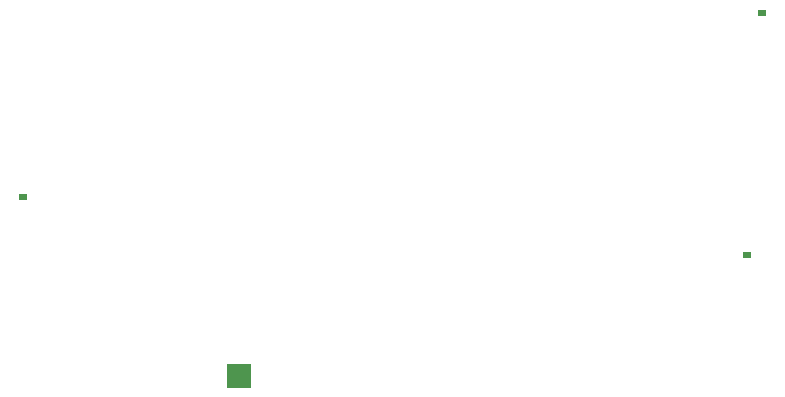
<source format=gbp>
G04 (created by PCBNEW (2013-jul-07)-stable) date Tue 21 Jul 2015 08:48:36 PM PDT*
%MOIN*%
G04 Gerber Fmt 3.4, Leading zero omitted, Abs format*
%FSLAX34Y34*%
G01*
G70*
G90*
G04 APERTURE LIST*
%ADD10C,0.00590551*%
%ADD11R,0.0283465X0.023622*%
%ADD12R,0.07872X0.07872*%
G04 APERTURE END LIST*
G54D10*
G54D11*
X42125Y-27000D03*
X66771Y-20874D03*
X66259Y-28944D03*
G54D12*
X49334Y-32964D03*
M02*

</source>
